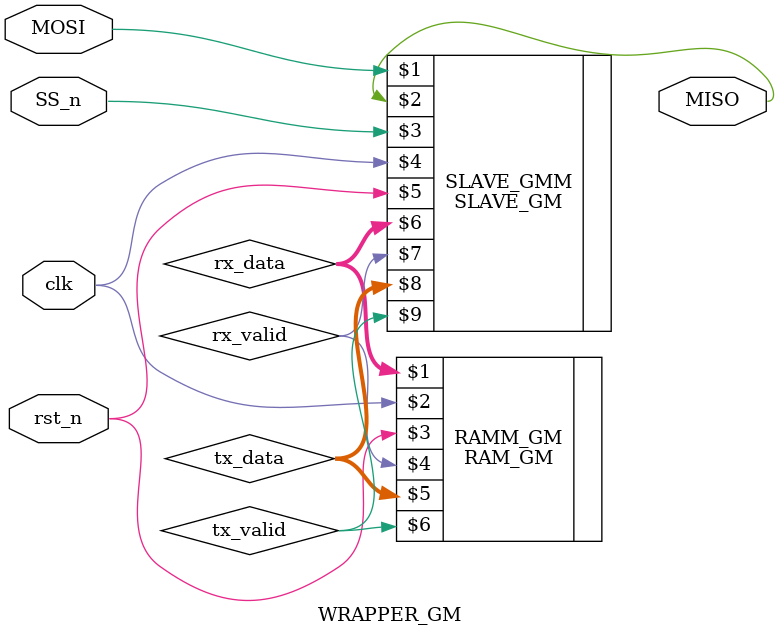
<source format=v>
module WRAPPER_GM (
    MOSI,
    SS_n,
    clk,
    rst_n,
    MISO
);
  input clk, rst_n, MOSI, SS_n;
  output MISO;
  wire [9:0] rx_data;
  wire rx_valid;
  wire [7:0] tx_data;
  wire tx_valid;
  SLAVE_GM SLAVE_GMM (
      MOSI,
      MISO,
      SS_n,
      clk,
      rst_n,
      rx_data,
      rx_valid,
      tx_data,
      tx_valid
  );
  RAM_GM RAMM_GM (
      rx_data,
      clk,
      rst_n,
      rx_valid,
      tx_data,
      tx_valid
  );
endmodule

</source>
